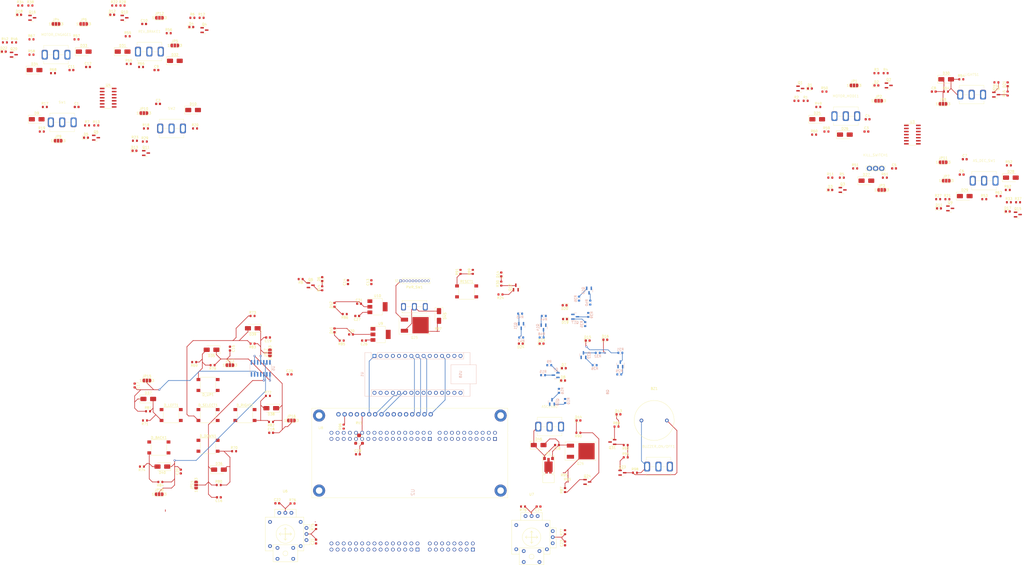
<source format=kicad_pcb>
(kicad_pcb (version 20221018) (generator pcbnew)
  (title_block (title "ORCA Control Board") (date "2022-03-16") (rev "V1.2") (company "Luke Waller"))
  (layers (0 "F.Cu" signal) (31 "B.Cu" signal) (34 "B.Paste" user) (35 "F.Paste" user) (36 "B.SilkS" user "B.Silkscreen") (37 "F.SilkS" user "F.Silkscreen") (38 "B.Mask" user) (39 "F.Mask" user) (44 "Edge.Cuts" user))
  (net 0 "")
  (net 1 "LED_1")
  (net 2 "Earth")
  (net 3 "+3V3")
  (net 4 "BUZZER")
  (net 5 "R_ROLL")
  (net 6 "R_PITCH")
  (net 7 "L_ROLL")
  (net 8 "L_PITCH")
  (net 9 "+5V")
  (net 10 "RESET")
  (net 11 "Net-(ASCEND2-A)")
  (net 13 "Net-(D28-A)")
  (net 14 "Net-(D29-A)")
  (net 15 "Net-(BUZZER_ON/OFF1-A)")
  (net 17 "Net-(BZ1-+)")
  (net 18 "SWITCH_1_SB")
  (net 19 "SWITCH_2_SB")
  (net 20 "MOTOR_MODE_1_SB")
  (net 21 "MOTOR_MODE_2_SB")
  (net 22 "KILL_SWITCH_SB")
  (net 23 "ASCEND_SB")
  (net 24 "DESCEND_SB")
  (net 25 "LIGHTS_SB")
  (net 26 "BRAKE_MODE_SB")
  (net 27 "REV_MODE_SB")
  (net 28 "MOTOR_ENGAGE_SB")
  (net 29 "MOTOR_DENGAGE_SB")
  (net 30 "D_UP_SB")
  (net 31 "D_DOWN_SB")
  (net 32 "D_LEFT_SB")
  (net 33 "D_RIGHT_SB")
  (net 34 "D_SEL_SB")
  (net 35 "D_BACK_SB")
  (net 36 "Net-(C21-Pad2)")
  (net 37 "Net-(C22-Pad2)")
  (net 38 "Net-(C23-Pad2)")
  (net 39 "Net-(C24-Pad2)")
  (net 40 "VIN")
  (net 41 "Net-(D46-A)")
  (net 42 "Net-(D1-K)")
  (net 43 "Net-(D2-K)")
  (net 44 "Net-(D3-K)")
  (net 45 "Net-(D4-K)")
  (net 46 "Net-(D5-K)")
  (net 47 "Net-(D6-K)")
  (net 48 "Net-(D7-K)")
  (net 49 "Net-(D8-K)")
  (net 50 "Net-(D9-A)")
  (net 51 "Net-(D10-A)")
  (net 52 "Net-(D11-K)")
  (net 53 "Net-(D12-K)")
  (net 54 "Net-(D13-K)")
  (net 55 "Net-(D14-K)")
  (net 56 "Net-(D15-K)")
  (net 57 "Net-(D16-K)")
  (net 58 "Net-(D17-K)")
  (net 59 "Net-(D18-K)")
  (net 60 "Net-(D19-K)")
  (net 61 "Net-(D20-K)")
  (net 62 "Net-(D21-K)")
  (net 63 "Net-(D22-K)")
  (net 64 "Net-(D23-K)")
  (net 65 "Net-(D24-K)")
  (net 66 "Net-(D25-A)")
  (net 67 "Net-(D26-A)")
  (net 68 "Net-(D27-A)")
  (net 69 "Net-(D30-A)")
  (net 70 "Net-(D31-A)")
  (net 71 "Net-(D32-A)")
  (net 72 "Net-(D33-A)")
  (net 73 "Net-(D34-A)")
  (net 74 "Net-(D35-A)")
  (net 75 "Net-(D36-A)")
  (net 76 "Net-(D37-A)")
  (net 77 "Net-(D38-A)")
  (net 78 "Net-(D39-A)")
  (net 79 "Net-(D40-A)")
  (net 80 "Net-(D41-K)")
  (net 81 "Net-(D42-K)")
  (net 82 "Net-(D43-K)")
  (net 83 "Net-(D44-K)")
  (net 84 "Net-(D45-K)")
  (net 85 "Net-(D45-A)")
  (net 86 "MOSI_1")
  (net 87 "MISO_1")
  (net 88 "CLK_1")
  (net 89 "MOSI_2")
  (net 90 "MISO_2")
  (net 91 "CLK_2")
  (net 92 "DET_IN")
  (net 93 "DET_OUT")
  (net 95 "+12V")
  (net 97 "Net-(Q1-B)")
  (net 98 "Net-(Q1-C)")
  (net 99 "Net-(Q2-B)")
  (net 100 "Net-(Q2-C)")
  (net 101 "Net-(Q3-B)")
  (net 102 "Net-(Q3-C)")
  (net 103 "Net-(Q4-B)")
  (net 104 "Net-(Q4-C)")
  (net 105 "Net-(Q5-B)")
  (net 106 "Net-(Q5-C)")
  (net 107 "Net-(Q6-B)")
  (net 108 "Net-(Q6-C)")
  (net 109 "Net-(Q7-B)")
  (net 110 "Net-(Q7-C)")
  (net 111 "Net-(Q8-B)")
  (net 112 "Net-(Q8-C)")
  (net 113 "Net-(Q9-B)")
  (net 114 "Net-(Q9-C)")
  (net 115 "Net-(Q10-B)")
  (net 116 "Net-(Q10-C)")
  (net 117 "Net-(Q11-B)")
  (net 118 "Net-(Q11-C)")
  (net 119 "Net-(Q12-B)")
  (net 120 "Net-(Q12-C)")
  (net 121 "Net-(Q13-B)")
  (net 122 "Net-(Q13-C)")
  (net 123 "Net-(Q14-B)")
  (net 124 "Net-(Q14-C)")
  (net 125 "Net-(Q15-B)")
  (net 126 "Net-(Q15-C)")
  (net 127 "Net-(Q16-B)")
  (net 128 "Net-(Q16-C)")
  (net 129 "Net-(Q17-B)")
  (net 130 "Net-(Q17-C)")
  (net 131 "Net-(Q18-B)")
  (net 132 "Net-(Q18-C)")
  (net 133 "Net-(Q19-B)")
  (net 134 "Net-(Q19-C)")
  (net 135 "Net-(Q20-B)")
  (net 136 "Net-(Q20-C)")
  (net 137 "Net-(Q21-B)")
  (net 138 "Net-(Q21-C)")
  (net 139 "Net-(Q22-B)")
  (net 140 "Net-(Q22-C)")
  (net 141 "Net-(Q23-B)")
  (net 142 "Net-(Q24-B)")
  (net 143 "Net-(Q24-C)")
  (net 144 "Net-(Q26-G)")
  (net 145 "Net-(Q31-B)")
  (net 146 "Net-(Q31-E)")
  (net 147 "MOTOR_MODE_1_LED")
  (net 148 "MOTOR_MODE_2_LED")
  (net 149 "KILL_SWTICH_LED")
  (net 150 "BRAKE_LED")
  (net 151 "SWITCH_1_LED")
  (net 152 "COL_SENS_3")
  (net 153 "COL_SENS_7")
  (net 154 "ASCEND_LED")
  (net 155 "REV_LED")
  (net 156 "SWITCH_2_LED")
  (net 157 "LED_2")
  (net 158 "COL_SENS_4")
  (net 159 "COL_SENS_8")
  (net 160 "DESCEND_LED")
  (net 161 "EN_LED")
  (net 162 "COL_SENS_1")
  (net 163 "COL_SENS_5")
  (net 164 "LIGHTS_LED")
  (net 165 "DE_LED")
  (net 166 "COL_SENS_2")
  (net 167 "COL_SENS_6")
  (net 168 "VIB_MOTOR")
  (net 169 "Net-(RESET1-A)")
  (net 170 "Net-(U8-LEDA)")
  (net 171 "Net-(U8-Vo)")
  (net 174 "LCD_RS")
  (net 176 "LCD_D4")
  (net 177 "LCD_D5")
  (net 178 "LCD_D6")
  (net 181 "LCD_D7")
  (net 182 "D_RIGHT")
  (net 183 "D_SELECT")
  (net 184 "D_BACK")
  (net 186 "D_UP")
  (net 187 "D_LEFT")
  (net 188 "D_DOWN")
  (net 191 "LCD_E")
  (net 192 "LCD_R{slash}W")
  (net 195 "REV_MODE")
  (net 196 "BRAKE_MODE")
  (net 207 "LIGHTS")
  (net 213 "MOTOR_MODE_1")
  (net 216 "SWITCH_2")
  (net 217 "SWITCH_1")
  (net 220 "MOTOR_DEN")
  (net 221 "MOTOR_EN")
  (net 222 "ASCEND")
  (net 223 "DESCEND")
  (net 235 "KILL_LED")
  (net 238 "KILL_SWITCH")
  (net 249 "MOTOR_MODE_2")
  (net 250 "MOTOR_DE")
  (net 251 "D_SEL")
  (footprint "Capacitor_SMD:C_0603_1608Metric" (layer "F.Cu") (at 207.505 102.87 180)
    (fp_text reference "C28")
    (fp_text value "100nF")
  )
  (footprint "Resistor_SMD:R_0603_1608Metric" (layer "F.Cu") (at 33.115 -22.86)
    (fp_text reference "R23")
    (fp_text value "4K7")
  )
  (footprint "Jumper:SolderJumper-3_P1.3mm_Open_RoundedPad1.0x1.5mm_NumberLabels" (layer "F.Cu") (at 88.9 64.77 90)
    (fp_text reference "JP17")
    (fp_text value "SolderJumper_3_Open")
  )
  (footprint "Jumper:SolderJumper-3_P1.3mm_Open_RoundedPad1.0x1.5mm_NumberLabels" (layer "F.Cu") (at 341.665 -2.54)
    (fp_text reference "JP3")
    (fp_text value "SolderJumper_3_Open")
  )
  (footprint "Resistor_SMD:R_0603_1608Metric" (layer "F.Cu") (at 60.675 -73.66)
    (fp_text reference "R12")
    (fp_text value "150R")
  )
  (footprint "Jumper:SolderJumper-3_P1.3mm_Open_RoundedPad1.0x1.5mm_NumberLabels" (layer "F.Cu") (at 49.595 -62.23)
    (fp_text reference "JP5")
    (fp_text value "SolderJumper_3_Open")
  )
  (footprint "Button_Switch_SMD:SW_Push_1P1T_NO_6x6mm_H9.5mm" (layer "F.Cu") (at 170.18 39.37)
    (fp_text reference "RESET1")
    (fp_text value "SW_SPST")
  )
  (footprint "LED_SMD:LED_0603_1608Metric" (layer "F.Cu") (at 312.0025 -44.45)
    (fp_text reference "D1")
    (fp_text value "BLUE")
  )
  (footprint "Capacitor_SMD:C_0603_1608Metric" (layer "F.Cu") (at 375.985 -15.24)
    (fp_text reference "C7")
    (fp_text value "100nF")
  )
  (footprint "Package_TO_SOT_SMD:SOT-23" (layer "F.Cu") (at 17.05 -24.13)
    (fp_text reference "Q5")
    (fp_text value "BC817")
  )
  (footprint "Resistor_SMD:R_0603_1608Metric" (layer "F.Cu") (at 27.9875 -78.74)
    (fp_text reference "R28")
    (fp_text value "390R")
  )
  (footprint "Resistor_SMD:R_0603_1608Metric" (layer "F.Cu") (at -0.73 -50.8)
    (fp_text reference "R68")
    (fp_text value "47K")
  )
  (footprint "LED_SMD:LED_0603_1608Metric" (layer "F.Cu") (at 232.92 90.17)
    (fp_text reference "D43")
    (fp_text value "GREEN")
  )
  (footprint "My_library:Joystick" (layer "F.Cu") (at 197.01 140.93)
    (fp_text reference "U7")
    (fp_text value "Joystick")
  )
  (footprint "Resistor_SMD:R_0603_1608Metric" (layer "F.Cu") (at 30.13 -66.04)
    (fp_text reference "R55")
    (fp_text value "47K")
  )
  (footprint "LED_SMD:LED_0603_1608Metric" (layer "F.Cu") (at 115.57 44.9325 90)
    (fp_text reference "D42")
    (fp_text value "BLUE")
  )
  (footprint "My_library:1Ms1T1B1M1QE" (layer "F.Cu") (at 48.26 -27.94)
    (fp_text reference "SW2")
    (fp_text value "SW_SPDT")
  )
  (footprint "Diode_SMD:D_SMA" (layer "F.Cu") (at 44.45 111.76 180)
    (fp_text reference "D40")
    (fp_text value "D")
  )
  (footprint "Capacitor_SMD:C_0603_1608Metric" (layer "F.Cu") (at 127.775 59.69 180)
    (fp_text reference "C26")
    (fp_text value "100nF")
  )
  (footprint "Resistor_SMD:R_0603_1608Metric" (layer "F.Cu") (at 342.965 -7.62)
    (fp_text reference "R61")
    (fp_text value "47K")
  )
  (footprint "Diode_SMD:D_SMA" (layer "F.Cu") (at 158.75 49.53 -90)
    (fp_text reference "D45")
    (fp_text value "D")
  )
  (footprint "LED_SMD:LED_0603_1608Metric" (layer "F.Cu") (at -14.7 -74.93)
    (fp_text reference "D18")
    (fp_text value "GREEN")
  )
  (footprint "Diode_SMD:D_SMA" (layer "F.Cu") (at 375.985 0)
    (fp_text reference "D29")
    (fp_text value "D")
  )
  (footprint "LED_SMD:LED_0603_1608Metric" (layer "F.Cu") (at 32.955 -18.73)
    (fp_text reference "D13")
    (fp_text value "WHITE")
  )
  (footprint "Resistor_SMD:R_0603_1608Metric" (layer "F.Cu") (at 320.4375 -7.62)
    (fp_text reference "R11")
    (fp_text value "150R")
  )
  (footprint "Capacitor_SMD:C_0603_1608Metric" (layer "F.Cu") (at 124.955 49.53 180)
    (fp_text reference "C27")
    (fp_text value "100nF")
  )
  (footprint "LED_SMD:LED_0603_1608Metric" (layer "F.Cu") (at 201.1425 60.96)
    (fp_text reference "D23")
    (fp_text value "RED")
  )
  (footprint "Resistor_SMD:R_0603_1608Metric" (layer "F.Cu") (at 8.985 -64.77)
    (fp_text reference "R57")
    (fp_text value "47K")
  )
  (footprint "LED_SMD:LED_0603_1608Metric" (layer "F.Cu") (at 393.7 -46.2025 90)
    (fp_text reference "D21")
    (fp_text value "BLUE")
  )
  (footprint "LED_SMD:LED_0603_1608Metric" (layer "F.Cu") (at 210.82 50.8 180)
    (fp_text reference "D19")
    (fp_text value "RED")
  )
  (footprint "Capacitor_SMD:C_0603_1608Metric" (layer "F.Cu") (at 42.005 -52.07)
    (fp_text reference "C9")
    (fp_text value "100nF")
  )
  (footprint "Package_TO_SOT_SMD:SOT-23" (layer "F.Cu") (at 220.0425 118.11)
    (fp_text reference "Q24")
    (fp_text value "BC817")
  )
  (footprint "Package_TO_SOT_SMD:SOT-23" (layer "F.Cu") (at 230.38 101.6 180)
    (fp_text reference "Q31")
    (fp_text value "BC817")
  )
  (footprint "LED_SMD:LED_0603_1608Metric" (layer "F.Cu") (at -21.05 -59.69)
    (fp_text reference "D22")
    (fp_text value "RED")
  )
  (footprint "Resistor_SMD:R_0603_1608Metric" (layer "F.Cu") (at 232.095 95.25)
    (fp_text reference "R88")
    (fp_text value "2K2")
  )
  (footprint "Package_TO_SOT_SMD:SOT-23" (layer "F.Cu") (at -16.9075 -58.42)
    (fp_text reference "Q20")
    (fp_text value "BC817")
  )
  (footprint "LED_SMD:LED_0603_1608Metric" (layer "F.Cu") (at 192.5575 60.96 180)
    (fp_text reference "D24")
    (fp_text value "RED")
  )
  (footprint "LED_SMD:LED_0603_1608Metric" (layer "F.Cu") (at 115.57 55.45 90)
    (fp_text reference "D41")
    (fp_text value "YELLOW")
  )
  (footprint "My_library:1Ms1T1B1M1QE" (layer "F.Cu") (at 378.84 -41.91)
    (fp_text reference "LIGHTS1")
    (fp_text value "SW_SPDT")
  )
  (footprint "Resistor_SMD:R_0603_1608Metric" (layer "F.Cu") (at 184.15 40.64 180)
    (fp_text reference "R24")
    (fp_text value "4K7")
  )
  (footprint "LED_SMD:LED_0603_1608Metric" (layer "F.Cu") (at 320.4375 -2.54)
    (fp_text reference "D3")
    (fp_text value "RED")
  )
  (footprint "Diode_SMD:D_SMA" (layer "F.Cu") (at 28.035 -59.69)
    (fp_text reference "D31")
    (fp_text value "D")
  )
  (footprint "Package_TO_SOT_SMD:SOT-23" (layer "F.Cu") (at 388.9525 -41.91)
    (fp_text reference "Q19")
    (fp_text value "BC817")
  )
  (footprint "Resistor_SMD:R_0603_1608Metric" (layer "F.Cu") (at 119.825 48.7425 180)
    (fp_text reference "R86")
    (fp_text value "1K")
  )
  (footprint "Resistor_SMD:R_0603_1608Metric" (layer "F.Cu") (at 65.215 69.85 180)
    (fp_text reference "R79")
    (fp_text value "47K")
  )
  (footprint "Resistor_SMD:R_0603_1608Metric" (layer "F.Cu") (at 310.25 -39.37)
    (fp_text reference "R1")
    (fp_text value "4K7")
  )
  (footprint "Resistor_SMD:R_0603_1608Metric" (layer "F.Cu") (at 172.72 31.305 90)
    (fp_text reference "R89")
    (fp_text value "2K2")
  )
  (footprint "Resistor_SMD:R_0603_1608Metric" (layer "F.Cu") (at 36.005 111.76 180)
    (fp_text reference "R74")
    (fp_text value "47K")
  )
  (footprint "Capacitor_SMD:C_0603_1608Metric" (layer "F.Cu") (at 72.39 63.005 -90)
    (fp_text reference "C15")
    (fp_text value "100nF")
  )
  (footprint "My_library:KNX-1-D1" (layer "F.Cu") (at 148.59 45.72)
    (fp_text reference "PWR_SW1")
    (fp_text value "SW_SPDT")
  )
  (footprint "Resistor_SMD:R_0603_1608Metric" (layer "F.Cu") (at 389.065 -46.99 180)
    (fp_text reference "R41")
    (fp_text value "4K7")
  )
  (footprint "Resistor_SMD:R_0603_1608Metric" (layer "F.Cu") (at 67.755 119.38)
    (fp_text reference "R80")
    (fp_text value "47K")
  )
  (footprint "Resistor_SMD:R_0603_1608Metric" (layer "F.Cu") (at 110.49 38.1 90)
    (fp_text reference "R14")
    (fp_text value "2K2")
  )
  (footprint "LED_SMD:LED_0603_1608Metric" (layer "F.Cu") (at 365.3425 5.08)
    (fp_text reference "D11")
    (fp_text value "BLUE")
  )
  (footprint "Resistor_SMD:R_0603_1608Metric" (layer "F.Cu") (at 330.71 -11.43)
    (fp_text reference "R51")
    (fp_text value "47K")
  )
  (footprint "Diode_SMD:D_SMA" (layer "F.Cu") (at 57.15 -35.56)
    (fp_text reference "D10")
    (fp_text value "D")
  )
  (footprint "My_library:1Ms1T1B1M1QE" (layer "F.Cu") (at 249.43 111.76)
    (fp_text reference "BUZZER_ON/OFF1")
    (fp_text value "SW_SPDT")
  )
  (footprint "Resistor_SMD:R_0603_1608Metric" (layer "F.Cu") (at 393.7 -42.355 90)
    (fp_text reference "R45")
    (fp_text value "1K")
  )
  (footprint "LED_SMD:LED_0603_1608Metric" (layer "F.Cu") (at 184.47 32.355 90)
    (fp_text reference "D14")
    (fp_text value "RED")
  )
  (footprint "Diode_SMD:D_SMA" (layer "F.Cu") (at -8.35 -52.07)
    (fp_text reference "D34")
    (fp_text value "D")
  )
  (footprint "Resistor_SMD:R_0603_1608Metric" (layer "F.Cu") (at 88.075 82.55)
    (fp_text reference "R72")
    (fp_text value "47K")
  )
  (footprint "LED_SMD:LED_0603_1608Metric" (layer "F.Cu") (at 220.1925 59.69)
    (fp_text reference "D15")
    (fp_text value "RED")
  )
  (footprint "Resistor_SMD:R_0603_1608Metric" (layer "F.Cu") (at 235.905 107.95)
    (fp_text reference "R94")
    (fp_text value "4K7")
  )
  (footprint "LED_SMD:LED_0603_1608Metric" (layer "F.Cu") (at 227.48 59.3575)
    (fp_text reference "D16")
    (fp_text value "RED")
  )
  (footprint "Resistor_SMD:R_0603_1608Metric" (layer "F.Cu") (at 81.725 60.96 180)
    (fp_text reference "R83")
    (fp_text value "47K")
  )
  (footprint "Resistor_SMD:R_0603_1608Metric" (layer "F.Cu") (at 315.47 -36.83)
    (fp_text reference "R49")
    (fp_text value "47K")
  )
  (footprint "Jumper:SolderJumper-3_P1.3mm_Open_RoundedPad1.0x1.5mm_NumberLabels" (layer "F.Cu") (at 367.065 -13.97)
    (fp_text reference "JP11")
    (fp_text value "SolderJumper_3_Open")
  )
  (footprint "Package_SO:SO-14_3.9x8.65mm_P1.27mm" (layer "F.Cu") (at 22.065 -40.64)
    (fp_text reference "U4")
    (fp_text value "74HC14")
  )
  (footprint "Resistor_SMD:R_0603_1608Metric" (layer "F.Cu") (at 30.575 -54.61)
    (fp_text reference "R65")
    (fp_text value "47K")
  )
  (footprint "Capacitor_SMD:C_0603_1608Metric" (layer "F.Cu") (at 335.345 -26.67)
    (fp_text reference "C3")
    (fp_text value "100nF")
  )
  (footprint "Resistor_SMD:R_0603_1608Metric" (layer "F.Cu") (at 210.82 138.875 90)
    (fp_text reference "R77")
    (fp_text value "620R")
  )
  (footprint "Package_TO_SOT_SMD:SOT-23" (layer "F.Cu") (at 369.9675 5.08)
    (fp_text reference "Q9")
    (fp_text value "BC817")
  )
  (footprint "Jumper:SolderJumper-3_P1.3mm_Open_RoundedPad1.0x1.5mm_NumberLabels" (layer "F.Cu") (at 72.36 69.85)
    (fp_text reference "JP13")
    (fp_text value "SolderJumper_3_Open")
  )
  (footprint "Resistor_SMD:R_0603_1608Metric" (layer "F.Cu") (at 313.755 -25.4)
    (fp_text reference "R60")
    (fp_text value "47K")
  )
  (footprint "Package_TO_SOT_SMD:SOT-23" (layer "F.Cu") (at 344.5675 -45.72)
    (fp_text reference "Q2")
    (fp_text value "BC817")
  )
  (footprint "Resistor_SMD:R_0603_1608Metric" (layer "F.Cu") (at 37.275 92.71 180)
    (fp_text reference "R71")
    (fp_text value "47K")
  )
  (footprint "Capacitor_SMD:C_0603_1608Metric" (layer "F.Cu") (at 89.395 97.79)
    (fp_text reference "C18")
    (fp_text value "100nF")
  )
  (footprint "Resistor_SMD:R_0603_1608Metric" (layer "F.Cu") (at -9.62 -64.77)
    (fp_text reference "R67")
    (fp_text value "47K")
  )
  (footprint "Capacitor_SMD:C_0603_1608Metric" (layer "F.Cu") (at 125.235 106.68)
    (fp_text reference "C29")
    (fp_text value "100nF")
  )
  (footprint "Package_TO_SOT_SMD:SOT-23" (layer "F.Cu") (at -9.2875 -73.66)
    (fp_text reference "Q16")
    (fp_text value "BC817")
  )
  (footprint "Resistor_SMD:R_0603_1608Metric" (layer "F.Cu") (at 339.4875 -50.8)
    (fp_text reference "R3")
    (fp_text value "4K7")
  )
  (footprint "Diode_SMD:D_SMA" (layer "F.Cu") (at 89.44 87.63 180)
    (fp_text reference "D38")
    (fp_text value "D")
  )
  (footprint "Jumper:SolderJumper-3_P1.3mm_Open_RoundedPad1.0x1.5mm_NumberLabels" (layer "F.Cu") (at 367 -38.1)
    (fp_text reference "JP8")
    (fp_text value "SolderJumper_3_Open")
  )
  (footprint "Resistor_SMD:R_0603_1608Metric" (layer "F.Cu") (at 306.44 -39.37)
    (fp_text reference "R2")
    (fp_text value "1K")
  )
  (footprint "Jumper:SolderJumper-3_P1.3mm_Open_RoundedPad1.0x1.5mm_NumberLabels" (layer "F.Cu") (at 330.235 -45.72)
    (fp_text reference "JP1")
    (fp_text value "SolderJumper_3_Open")
  )
  (footprint "LED_SMD:LED_0603_1608Metric" (layer "F.Cu") (at 210.0325 76.2)
    (fp_text reference "D8")
    (fp_text value "RED")
  )
  (footprint "Jumper:SolderJumper-3_P1.3mm_Open_RoundedPad1.0x1.5mm_NumberLabels" (layer "F.Cu") (at 368.335 -6.35)
    (fp_text reference "JP7")
    (fp_text value "SolderJumper_3_Open")
  )
  (footprint "Resistor_SMD:R_0603_1608Metric" (layer "F.Cu") (at 24.5575 -78.74)
    (fp_text reference "R22")
    (fp_text value "4K7")
  )
  (footprint "LED_SMD:LED_0603_1608Metric" (layer "F.Cu") (at 23.7325 -74.93)
    (fp_text reference "D12")
    (fp_text value "WHITE")
  )
  (footprint "Package_TO_SOT_SMD:SOT-23" (layer "F.Cu") (at 105.7425 36.83)
    (fp_text reference "Q6")
    (fp_text value "BC817")
  )
  (footprint "Diode_SMD:D_SMA" (layer "F.Cu") (at 67.85 113.03)
    (fp_text reference "D36")
    (fp_text value "D")
  )
  (footprint "Resistor_SMD:R_0603_1608Metric" (layer "F.Cu") (at 37.21 -22.54)
    (fp_text reference "R29")
    (fp_text value "390R")
  )
  (footprint "Capacitor_SMD:C_0603_1608Metric" (layer "F.Cu") (at 374.715 -8.89)
    (fp_text reference "C6")
    (fp_text value "100nF")
  )
  (footprint "Package_SO:SO-14_3.9x8.65mm_P1.27mm" (layer "F.Cu") (at 354.33 -25.4)
    (fp_text reference "U3")
    (fp_text value "74HC14")
  )
  (footprint "Package_TO_SOT_SMD:SOT-23" (layer "F.Cu") (at 37.7025 -17.78)
    (fp_text reference "Q11")
    (fp_text value "BC817")
  )
  (footprint "Resistor_SMD:R_0603_1608Metric" (layer "F.Cu") (at 57.595 68.58 180)
    (fp_text reference "R69")
    (fp_text value "47K")
  )
  (footprint "My_library:Variable_Resistor" (layer "F.Cu") (at 125.73 100.33)
    (fp_text reference "RV1")
    (fp_text value "20K")
  )
  (footprint "Resistor_SMD:R_0603_1608Metric" (layer "F.Cu") (at 38.545 88.9)
    (fp_text reference "R81")
    (fp_text value "47K")
  )
  (footprint "LED_SMD:LED_0603_1608Metric" (layer "F.Cu") (at 339.4875 -45.72)
    (fp_text reference "D2")
    (fp_text value "GREEN ")
  )
  (footprint "LED_SMD:LED_0603_1608Metric" (layer "F.Cu") (at 110.49 34.29 90)
    (fp_text reference "D6")
    (fp_text value "GREEN")
  )
  (footprint "Capacitor_SMD:C_0603_1608Metric" (layer "F.Cu") (at 210.82 143.51 90)
    (fp_text reference "C23")
    (fp_text value "100nF")
  )
  (footprint "Connector_PinHeader_1.27mm:PinHeader_1x10_P1.27mm_Vertical" (layer "F.Cu") (at 142.92 35.04 90)
    (fp_text reference "J1")
    (fp_text value "Conn_01x10")
  )
  (footprint "Resistor_SMD:R_0603_1608Metric" (layer "F.Cu") (at 318.835 -26.67)
    (fp_text reference "R59")
    (fp_text value "47K")
  )
  (footprint "Diode_SMD:D_SMA" (layer "F.Cu") (at 335.345 -6.35)
    (fp_text reference "D27")
    (fp_text value "D")
  )
  (footprint "Capacitor_SMD:C_0603_1608Metric" (layer "F.Cu") (at 91.935 126.92)
    (fp_text reference "C22")
    (fp_text value "100nF")
  )
  (footprint "Capacitor_SMD:C_0603_1608Metric" (layer "F.Cu") (at 52.07 113.805 90)
    (fp_text reference "C20")
    (fp_text value "100nF")
  )
  (footprint "LED_SMD:LED_0603_1608Metric" (layer "F.Cu") (at 210.6575 45.105 180)
    (fp_text reference "D20")
    (fp_text value "RED")
  )
  (footprint "Resistor_SMD:R_0603_1608Metric" (layer "F.Cu") (at 119.38 95.25 90)
    (fp_text reference "R96")
    (fp_text value "220R")
  )
  (footprint "Resistor_SMD:R_0603_1608Metric" (layer "F.Cu") (at 107.95 136.715 90)
    (fp_text reference "R75")
    (fp_text value "620R")
  )
  (footprint "Package_TO_SOT_SMD:SOT-23" (layer "F.Cu") (at 234.5225 114.3)
    (fp_text reference "Q23")
    (fp_text value "BC817")
  )
  (footprint "Diode_SMD:D_SMA" (layer "F.Cu") (at 38.64 83.82)
    (fp_text reference "D37")
    (fp_text value "D")
  )
  (footprint "Capacitor_SMD:C_0603_1608Metric" (layer "F.Cu") (at 121.145 35.56 90)
    (fp_text reference "C14")
    (fp_text value "100nF")
  )
  (footprint "Capacitor_SMD:C_0603_1608Metric" (layer "F.Cu") (at 13.735 -53.34)
    (fp_text reference "C12")
    (fp_text value "100nF")
  )
  (footprint "Resistor_SMD:R_0603_1608Metric" (layer "F.Cu") (at -9.62 -58.42)
    (fp_text reference "R58")
    (fp_text value "47K")
  )
  (footprint "Package_TO_SOT_SMD:SOT-223" (layer "F.Cu") (at 133.35 45.72)
    (fp_text reference "U10")
    (fp_text value "ZLDO1117G50TA")
  )
  (footprint "Diode_SMD:D_SMA" (layer "F.Cu") (at 368.3 -48.26)
    (fp_text reference "D30")
    (fp_text value "D")
  )
  (footprint "Resistor_SMD:R_0603_1608Metric" (layer "F.Cu") (at 389.955 0)
    (fp_text reference "R63")
    (fp_text value "47K")
  )
  (footprint "Diode_SMD:D_SMA" (layer "F.Cu") (at 64.77 63.5 180)
    (fp_text reference "D35")
    (fp_text value "D")
  )
  (footprint "Resistor_SMD:R_0603_1608Metric" (layer "F.Cu") (at 368.205 -43.18)
    (fp_text reference "R64")
    (fp_text value "47K")
  )
  (footprint "My_library:1Ms1T1B1M1QE" (layer "F.Cu") (at 39.085 -59.69)
    (fp_text reference "REV_BRAKE1")
    (fp_text value "SW_SPDT")
  )
  (footprint "Capacitor_SMD:C_0603_1608Metric" (layer "F.Cu") (at 36.925 -71.12)
    (fp_text reference "C10")
    (fp_text value "100nF")
  )
  (footprint "Resistor_SMD:R_0603_1608Metric" (layer "F.Cu") (at 89.345 93.29 180)
    (fp_text reference "R82")
    (fp_text value "47K")
  )
  (footprint "LED_SMD:LED_0603_1608Metric" (layer "F.Cu") (at 393.765 6.35)
    (fp_text reference "D17")
    (fp_text value "RED")
  )
  (footprint "Resistor_SMD:R_0603_1608Metric" (layer "F.Cu") (at 74.105 105.41)
    (fp_text reference "R70")
    (fp_text value "47K")
  )
  (footprint "Resistor_SMD:R_0603_1608Metric" (layer "F.Cu") (at 57.975 -27.94)
    (fp_text reference "R20")
    (fp_text value "47K")
  )
  (footprint "Resistor_SMD:R_0603_1608Metric" (layer "F.Cu") (at 394.21 -12.7)
    (fp_text reference "R52")
    (fp_text value "47K")
  )
  (footprint "Jumper:SolderJumper-3_P1.3mm_Open_RoundedPad1.0x1.5mm_NumberLabels" (layer "F.Cu") (at 11.94 -71.12)
    (fp_text reference "JP6")
    (fp_text value "SolderJumper_3_Open")
  )
  (footprint "Capacitor_SMD:C_0603_1608Metric" (layer "F.Cu") (at 125.73 44.45)
    (fp_text reference "C31")
    (fp_text value "100nF")
  )
  (footprint "Resistor_SMD:R_0603_1608Metric" (layer "F.Cu") (at -20.605 -63.5)
    (fp_text reference "R42")
    (fp_text value "4K7")
  )
  (footprint "Button_Switch_SMD:SW_Push_1P1T_NO_6x6mm_H9.5mm" (layer "F.Cu") (at 43.015 103.85)
    (fp_text reference "D_BACK1")
    (fp_text value "SW_SPST")
  )
  (footprint "LED_SMD:LED_0603_1608Metric" (layer "F.Cu") (at 210.3375 71.12)
    (fp_text reference "D7")
    (fp_text value "RED")
  )
  (footprint "Resistor_SMD:R_0603_1608Metric" (layer "F.Cu") (at 216.345 97.79 180)
    (fp_text reference "R90")
    (fp_text value "1K")
  )
  (footprint "Resistor_SMD:R_0603_1608Metric" (layer "F.Cu") (at 374.555 -48.26)
    (fp_text reference "R54")
    (fp_text value "47K")
  )
  (footprint "Jumper:SolderJumper-3_P1.3mm_Open_RoundedPad1.0x1.5mm_NumberLabels" (layer "F.Cu") (at 340.395 -39.37)
    (fp_text reference "JP2")
    (fp_text value "SolderJumper_3_Open")
  )
  (footprint "My_library:Toggle_Switch_10TC605" (layer "F.Cu") (at 339.155 -11.43)
    (fp_text reference "KILL_SWITCH1")
    (fp_text value "SW_SPST")
  )
  (footprint "My_library:Buzzer" (layer "F.Cu") (at 247.65 92.71)
    (fp_text reference "BZ1")
    (fp_text value "Buzzer")
  )
  (footprint "Jumper:SolderJumper-3_P1.3mm_Open_RoundedPad1.0x1.5mm_NumberLabels" (layer "F.Cu") (at 43.15 123.19)
    (fp_text reference "JP18")
    (fp_text value "SolderJumper_3_Open")
  )
  (footprint "Jumper:SolderJumper-3_P1.3mm_Open_RoundedPad1.0x1.5mm_NumberLabels" (layer "F.Cu") (at 0.51 -71.12)
    (fp_text reference "JP4")
    (fp_text value "SolderJumper_3_Open")
  )
  (footprint "Diode_SMD:D_SMA" (layer "F.Cu") (at 49.625 -55.88)
    (fp_text reference "D32")
    (fp_text value "D")
  )
  (footprint "Motors:Vybronics_VZ30C1T8219732L" (layer "F.Cu") (at 204 112.775)
    (fp_text reference "M1")
    (fp_text value "Motor_DC")
  )
  (footprint "Resistor_SMD:R_0603_1608Metric" (layer "F.Cu") (at -4.095 -36.83)
    (fp_text reference "R17")
    (fp_text value "47K")
  )
  (footprint "Jumper:SolderJumper-3_P1.3mm_Open_RoundedPad1.0x1.5mm_NumberLabels" (layer "F.Cu") (at 36.8 -34.29)
    (fp_text reference "JP10")
    (fp_text value "SolderJumper_3_Open")
  )
  (footprint "Capacitor_SMD:C_0603_1608Metric" (layer "F.Cu") (at 67.805 124.46 180)
    (fp_text reference "C16")
    (fp_text value "100nF")
  )
  (footprint "Button_Switch_SMD:SW_Push_1P1T_NO_6x6mm_H9.5mm" (layer "F.Cu") (at 63.335 103.16)
    (fp_text reference "D_DOWN1")
    (fp_text value "SW_SPST")
  )
  (footprint "Capacitor_SMD:C_0603_1608Metric" (layer "F.Cu") (at 335.84 -31.75)
    (fp_text reference "C4")
    (fp_text value "100nF")
  )
  (footprint "Resistor_SMD:R_0603_1608Metric" (layer "F.Cu") (at 325.185 -7.62)
    (fp_text reference "R5")
    (fp_text value "4K7")
  )
  (footprint "My_library:1Ms1T1B1M1QE" (layer "F.Cu") (at 383.985 -6.35)
    (fp_text reference "AS_DEC_SW1")
    (fp_text value "SW_SPDT_MSM")
  )
  (footprint "Capacitor_SMD:C_0603_1608Metric" (layer "F.Cu") (at 363.175 -43.18)
    (fp_text reference "C8")
    (fp_text value "100nF")
  )
  (footprint "Resistor_SMD:R_0603_1608Metric" (layer "F.Cu") (at 398.02 2.54)
    (fp_text reference "R37")
    (fp_text value "150R")
  )
  (footprint "Jumper:SolderJumper-3_P1.3mm_Open_RoundedPad1.0x1.5mm_NumberLabels" (layer "F.Cu") (at 1.4 -22.86)
    (fp_text reference "JP9")
    (fp_text value "SolderJumper_3_Open")
  )
  (footprint "Capacitor_SMD:C_0603_1608Metric" (layer "F.Cu") (at 88.125 58.42 180)
    (fp_text reference "C19")
    (fp_text value "100nF")
  )
  (footprint "Capacitor_SMD:C_0603_1608Metric" (layer "F.Cu") (at 346.775 -11.43)
    (fp_text reference "C5")
    (fp_text value "100nF")
  )
  (footprint "Resistor_SMD:R_0603_1608Metric" (layer "F.Cu") (at 318.01 -43.18)
    (fp_text reference "R50")
    (fp_text value "47K")
  )
  (footprint "Capacitor_SMD:C_0603_1608Metric" (layer "F.Cu") (at 107.95 142.735 90)
    (fp_text reference "C21")
    (fp_text value "100nF")
  )
  (footprint "My_library:Joystick" (layer "F.Cu") (at 95.275 139.62)
    (fp_text reference "U6")
    (fp_text value "Joystick")
  )
  (footprint "My_library:1Ms1T1B1M1QE" (layer "F.Cu") (at 3.08 -30.48)
    (fp_text reference "SW1")
    (fp_text value "SW_SPDT")
  )
  (footprint "Capacitor_SMD:C_0603_1608Metric" (layer "F.Cu") (at 122.415 57.15)
    (fp_text reference "C30")
    (fp_text value "100nF")
  )
  (footprint "Package_TO_SOT_SMD:SOT-23" (layer "F.Cu") (at 397.9075 7.62)
    (fp_text reference "Q15")
    (fp_text value "BC817")
  )
  (footprint "Resistor_SMD:R_0603_1608Metric" (layer "F.Cu") (at 239.715 114.3)
    (fp_text reference "R98")
    (fp_text value "10K")
  )
  (footprint "Capacitor_SMD:C_0603_1608Metric" (layer "F.Cu") (at 42.685 -38.1)
    (fp_text reference "C2")
    (fp_text value "100nF")
  )
  (footprint "My_library:1Ms1T1B1M1QE" (layer "F.Cu") (at 0.54 -58.42)
    (fp_text reference "MOTOR_ENGAGE1")
    (fp_text value "SW_SPDT")
  )
  (footprint "Resistor_SMD:R_0603_1608Metric" (layer "F.Cu") (at 43.625 118.11 180)
    (fp_text reference "R84")
    (fp_text value "47K")
  )
  (footprint "Resistor_SMD:R_0603_1608Metric" (layer "F.Cu") (at 98.235 127)
    (fp_text reference "R76")
    (fp_text value "620R")
  )
  (footprint "Resistor_SMD:R_0603_1608Metric" (layer "F.Cu") (at 37.655 -27.94)
    (fp_text reference "R18")
    (fp_text value "47K")
  )
  (footprint "Resistor_SMD:R_0603_1608Metric" (layer "F.Cu") (at 368.81 1.27)
    (fp_text reference "R21")
    (fp_text value "4K7")
  )
  (footprint "Package_TO_SOT_SMD:SOT-23" (layer "F.Cu") (at 325.5175 -2.54)
    (fp_text reference "Q3")
    (fp_text value "BC817")
  )
  (footprint "Resistor_SMD:R_0603_1608Metric" (layer "F.Cu") (at 343.2975 -50.8)
    (fp_text reference "R4")
    (fp_text value "2K2")
  )
  (footprint "Capacitor_SMD:C_0603_1608Metric" (layer "F.Cu") (at 199.885 128.27 180)
    (fp_text reference "C24")
    (fp_text value "100nF")
  )
  (footprint "Resistor_SMD:R_0603_1608Metric" (layer "F.Cu") (at 393.765 -2.54)
    (fp_text reference "R62")
    (fp_text value "47K")
  )
  (footprint "Capacitor_SMD:C_0603_1608Metric" (layer "F.Cu") (at 33.02 78.245 -90)
    (fp_text reference "C17")
    (fp_text value "100nF")
  )
  (footprint "My_library:STD20NF06L" (layer "F.Cu") (at 151.13 53.34 180)
    (fp_text reference "Q25")
    (fp_text value "IRFR9014PBF")
  )
  (footprint "Resistor_SMD:R_0603_1608Metric" (layer "F.Cu") (at 47.085 -67.31)
    (fp_text reference "R56")
    (fp_text value "47K")
  )
  (footprint "Jumper:SolderJumper-3_P1.3mm_Open_RoundedPad1.0x1.5mm_NumberLabels" (layer "F.Cu") (at 38.07 76.2)
    (fp_text reference "JP15")
    (fp_text value "SolderJumper_3_Open")
  )
  (footprint "Diode_SMD:D_SMA" (layer "F.Cu") (at 199.93 102.87)
    (fp_text reference "D46")
    (fp_text value "D")
  )
  (footprint "Resistor_SMD:R_0603_1608Metric" (layer "F.Cu") (at -16.795 -63.5)
    (fp_text reference "R46")
    (fp_text value "150R")
  )
  (footprint "Diode_SMD:D_SMA" (layer "F.Cu") (at 315.025 -31.75)
    (fp_text reference "D25")
    (fp_text value "D")
  )
  (footprint "Package_TO_SOT_SMD:SOT-23" (layer "F.Cu") (at 28.8125 -73.66)
    (fp_text reference "Q10")
    (fp_text value "BC817")
  )
  (footprint "Diode_SMD:D_SMA" (layer "F.Cu") (at 11.97 -59.69)
    (fp_text reference "D33")
    (fp_text value "D")
  )
  (footprint "Resistor_SMD:R_0603_1608Metric" (layer "F.Cu") (at 118.555 59.69 180)
    (fp_text reference "R85")
    (fp_text value "2K2")
  )
  (footprint "Diode_SMD:D_SMA" (layer "F.Cu") (at -7.46 -31.75)
    (fp_text reference "D9")
    (fp_text value "D")
  )
  (footprint "Jumper:SolderJumper-3_P1.3mm_Open_RoundedPad1.0x1.5mm_NumberLabels" (layer "F.Cu") (at 43.245 -73.66)
    (fp_text reference "JP12")
    (fp_text value "SolderJumper_3_Open")
  )
  (footprint "Capacitor_SMD:C_0603_1608Metric" (layer "F.Cu") (at 130.81 35.56 90)
    (fp_text reference "C13")
    (fp_text value "100nF")
  )
  (footprint "Resistor_SMD:R_0603_1608Metric" (layer "F.Cu") (at 13.3525 -29.21)
    (fp_text reference "R7")
    (fp_text value "4K7")
  )
  (footprint "Resistor_SMD:R_0603_1608Metric" (layer "F.Cu") (at 394.21 2.54)
    (fp_text reference "R33")
    (fp_text value "4K7")
  )
  (footprint "Button_Switch_SMD:SW_Push_1P1T_NO_6x6mm_H9.5mm" (layer "F.Cu") (at 63.335 90.46)
    (fp_text reference "D_SELECT1")
    (fp_text value "SW_SPST")
  )
  (footprint "Resistor_SMD:R_0603_1608Metric" (layer "F.Cu") (at 81.725 49.53)
    (fp_text reference "R73")
    (fp_text value "47K")
  )
  (footprint "Diode_SMD:D_SMA" (layer "F.Cu") (at 81.82 54.61 180)
    (fp_text reference "D39")
    (fp_text value "D")
  )
  (footprint "Capacitor_SMD:C_0603_1608Metric" (layer "F.Cu") (at 97.015 73.66)
    (fp_text reference "C25")
    (fp_text value "100nF")
  )
  (footprint "Resistor_SMD:R_0603_1608Metric" (layer "F.Cu") (at 193.485 128.27 180)
    (fp_text reference "R78")
    (fp_text value "620R")
  )
  (footprint "Resistor_SMD:R_0201_0603Metric" (layer "F.Cu") (at 210.475 114.3 180)
    (fp_text reference "R95")
    (fp_text value "100K")
  )
  (footprint "My_library:1Ms1T1B1M1QE" (layer "F.Cu") (at 204.47 95.25)
    (fp_text reference "ASCEND2")
    (fp_text value "SW_SPDT")
  )
  (footprint "LED_SMD:LED_0603_1608Metric" (layer "F.Cu") (at 12.9075 -24.13)
    (fp_text reference "D5")
    (fp_text value "WHITE")
  )
  (footprint "Resistor_SMD:R_0603_1608Metric" (layer "F.Cu") (at 167.64 31.305 90)
    (fp_text reference "R91")
    (fp_text value "10K")
  )
  (footprint "Resistor_SMD:R_0603_1608Metric" (layer "F.Cu") (at 17.1625 -29.21)
    (fp_text reference "R13")
    (fp_text value "390R")
  )
  (footprint "Diode_SMD:D_SMA" (layer "F.Cu") (at 326.455 -25.4)
    (fp_text reference "D26")
    (fp_text value "D")
  )
  (footprint "Jumper:SolderJumper-3_P1.3mm_Open_RoundedPad1.0x1.5mm_NumberLabels" (layer "F.Cu") (at 58.39 119.38 90)
    (fp_text reference "JP14")
    (fp_text value "SolderJumper_3_Open")
  )
  (footprint "Resistor_SMD:R_0603_1608Metric" (layer "F.Cu") (at 210.82 121.475 90)
    (fp_text reference "R87")
    (fp_text value "4K7")
  )
  (footprint "Package_TO_SOT_SMD:SOT-223" (layer "F.Cu") (at 134.62 57.15)
    (fp_text reference "U9")
    (fp_text value "ZSR330GTA")
  )
  (footprint "Resistor_SMD:R_0603_1608Metric" (layer "F.Cu") (at 56.865 -73.66)
    (fp_text reference "R6")
    (fp_text value "4K7")
  )
  (footprint "Resistor_SMD:R_0603_1608Metric" (layer "F.Cu") (at 184.47 36.165 90)
    (fp_text reference "R30")
    (fp_text value "150R")
  )
  (footprint "Capacitor_SMD:C_0603_1608Metric" (layer "F.Cu") (at 9.05 -36.83)
    (fp_text reference "C1")
    (fp_text value "100nF")
  )
  (footprint "Button_Switch_SMD:SW_Push_1P1T_NO_6x6mm_H9.5mm" (layer "F.Cu") (at 63.335 78.05 180)
    (fp_text reference "D_UP1")
    (fp_text value "SW_SPST")
  )
  (footprint "Package_TO_SOT_SMD:SOT-23" (layer "F.Cu") (at 308.0425 -44.45)
    (fp_text reference "Q1")
    (fp_text value "BC817")
  )
  (footprint "Package_TO_SOT_SMD:SOT-23" (layer "F.Cu") (at 190.5 37.7675 90)
    (fp_text reference "Q12")
    (fp_text value "BC817")
  )
  (footprint "Resistor_SMD:R_0603_1608Metric" (layer "F.Cu") (at 35.655 -53.34)
    (fp_text reference "R66")
    (fp_text value "47K")
  )
  (footprint "My_library:1Ms1T1B1M1QE" (layer "F.Cu") (at 326.835 -33.02)
    (fp_text reference "MOTOR_MODE1")
    (fp_text value "SW_SPDT")
  )
  (footprint "Resistor_SMD:R_0603_1608Metric" (layer "F.Cu") (at 365 1.27)
    (fp_text reference "R27")
    (fp_text value "1K")
  )
  (footprint "My_library:STD20NF06L" (layer "F.Cu") (at 219.71 105.41 180)
    (fp_text reference "Q26")
    (fp_text value "STD20NF06L")
  )
  (footprint "Resistor_SMD:R_0603_1608Metric" (layer "F.Cu") (at 235.905 102.87 180)
    (fp_text reference "R92")
    (fp_text value "4K7")
  )
  (footprint "Package_TO_SOT_SMD:SOT-23" (layer "F.Cu") (at 61.8325 -68.58)
    (fp_text reference "Q4")
    (fp_text value "BC817")
  )
  (footprint "Resistor_SMD:R_0201_0603Metric" (layer "F.Cu") (at 158.405 55.88)
    (fp_text reference "R97")
    (fp_text value "100R")
  )
  (footprint "LED_SMD:LED_0603_1608Metric" (layer "F.Cu") (at 56.42 -69.85)
    (fp_text reference "D4")
    (fp_text value "RED")
  )
  (footprint "Diode_SMD:D_SMA" (layer "F.Cu") (at 395.035 -7.62)
    (fp_text reference "D28")
    (fp_text value "D")
  )
  (footprint "LED_SMD:LED_0603_1608Metric" (layer "F.Cu") (at 216.3825 92.71)
    (fp_text reference "D44")
    (fp_text value "BLUE")
  )
  (footprint "Resistor_SMD:R_0603_1608Metric" (layer "F.Cu") (at 384.05 1.27)
    (fp_text reference "R53")
    (fp_text value "47K")
  )
  (footprint "Resistor_SMD:R_0201_0603Metric" (layer "F.Cu") (at 211.745 118.11)
    (fp_text reference "R93")
    (fp_text value "1K")
  )
  (footprint "Jumper:SolderJumper-3_P1.3mm_Open_RoundedPad1.0x1.5mm_NumberLabels" (layer "F.Cu") (at 97.76 92.71)
    (fp_text reference "JP16")
    (fp_text value "SolderJumper_3_Open")
  )
  (footprint "Capacitor_SMD:C_0603_1608Metric" (layer "F.Cu") (at 6.89 -52.07)
    (fp_text reference "C11")
    (fp_text value "100nF")
  )
  (footprint "Button_Switch_SMD:SW_Push_1P1T_NO_6x6mm_H9.5mm" (layer "F.Cu") (at 78.575 90.46)
    (fp_text reference "D_RIGHT1")
    (fp_text value "SW_SPST")
  )
  (footprint "Resistor_SMD:R_0603_1608Metric" (layer "F.Cu") (at 101.6 34.29 180)
    (fp_text reference "R8")
    (fp_text value "4K7")
  )
  (footprint "My_library:LCD_Display_WH1602B-NYG-JT" (layer "F.Cu") (at 109.22 90.67)
    (fp_text reference "U8")
    (fp_text value "HY1602E")
  )
  (footprint "Resistor_SMD:R_0603_1608Metric" (layer "F.Cu") (at -5.365 -26.67)
    (fp_text reference "R19")
    (fp_text value "47K")
  )
  (footprint "Resistor_SMD:R_0603_1608Metric" (layer "F.Cu") (at -14.255 -78.74)
    (fp_text reference "R34")
    (fp_text value "4K7")
  )
  (footprint "Button_Switch_SMD:SW_Push_1P1T_NO_6x6mm_H9.5mm" (layer "F.Cu") (at 48.095 90.46)
    (fp_text reference "D_LEFT1")
    (fp_text value "SW_SPST")
  )
  (footprint "Resistor_SMD:R_0603_1608Metric" (layer "F.Cu") (at -10.065 -78.74)
    (fp_text reference "R38")
    (fp_text value "2K2")
  )
  (footprint "Resistor_SMD:R_0603_1608Metric" (layer "B.Cu") (at 233.235 73.66 180)
    (fp_text reference "R25")
    (fp_text value "4K7")
  )
  (footprint "Resistor_SMD:R_0603_1608Metric" (layer "B.Cu") (at 192.275 48.58)
    (fp_text reference "R43")
    (fp_text value "4K7")
  )
  (footprint "Package_SO:SO-14_3.9x8.65mm_P1.27mm" (layer "B.Cu") (at 85.09 71.185 90)
    (fp_text reference "U5")
    (fp_text value "74HC14")
  )
  (footprint "Resistor_SMD:R_0603_1608Metric" (layer "B.Cu") (at 220.421072 49.085 90)
    (fp_text reference "R39")
    (fp_text value "150R")
  )
  (footprint "Package_TO_SOT_SMD:SOT-23" (layer "B.Cu") (at 218.44 65.7075 90)
    (fp_text reference "Q22")
    (fp_text value "BC817")
  )
  (footprint "Resistor_SMD:R_0603_1608Metric" (layer "B.Cu") (at 204.3025 69.85 180)
    (fp_text reference "R9")
    (fp_text value "4K7")
  )
  (footprint "Resistor_SMD:R_0603_1608Metric" (layer "B.Cu") (at 224.345 64.77)
    (fp_text reference "R32")
    (fp_text value "150R")
  )
  (footprint "My_library:MODULE_NUCLEO-F429ZI_JUST_PINS" (layer "B.Cu") (at 147.96 121.92 90)
    (fp_text reference "U2")
    (fp_text value "NUCLEO144-F429ZI")
  )
  (footprint "Resistor_SMD:R_0603_1608Metric" (layer "B.Cu") (at 210.8525 84.645 90)
    (fp_text reference "R10")
    (fp_text value "4K7")
  )
  (footprint "Resistor_SMD:R_0603_1608Metric" (layer "B.Cu") (at 221.246072 44.005 -90)
    (fp_text reference "R40")
    (fp_text value "150R")
  )
  (footprint "Package_TO_SOT_SMD:SOT-23" (layer "B.Cu") (at 233.68 69.5175 90)
    (fp_text reference "Q8")
    (fp_text value "BC817")
  )
  (footprint "Resistor_SMD:R_0603_1608Metric" (layer "B.Cu") (at 223.075 69.85)
    (fp_text reference "R26")
    (fp_text value "4K7")
  )
  (footprint "Module:Arduino_Nano" (layer "B.Cu") (at 132.08 66.04 -90)
    (fp_text reference "U1")
    (fp_text value "NUCLEO-L432KC")
  )
  (footprint "Resistor_SMD:R_0603_1608Metric" (layer "B.Cu") (at 219.151072 52.895 -90)
    (fp_text reference "R35")
    (fp_text value "4K7")
  )
  (footprint "Package_TO_SOT_SMD:SOT-23" (layer "B.Cu") (at 220.741072 39.0375 -90)
    (fp_text reference "Q13")
    (fp_text value "BC817")
  )
  (footprint "Package_TO_SOT_SMD:SOT-23" (layer "B.Cu") (at 201.93 54.2775 -90)
    (fp_text reference "Q14")
    (fp_text value "BC817")
  )
  (footprint "Package_TO_SOT_SMD:SOT-23" (layer "B.Cu") (at 215.008572 49.85)
    (fp_text reference "Q17")
    (fp_text value "BC817")
  )
  (footprint "Package_TO_SOT_SMD:SOT-23" (layer "B.Cu") (at 192.72 53.6725 -90)
    (fp_text reference "Q21")
    (fp_text value "BC817")
  )
  (footprint "Resistor_SMD:R_0603_1608Metric" (layer "B.Cu") (at 208.3125 80.455 90)
    (fp_text reference "R16")
    (fp_text value "150R")
  )
  (footprint "Resistor_SMD:R_0603_1608Metric" (layer "B.Cu") (at 233.68 64.7575 180)
    (fp_text reference "R31")
    (fp_text value "150R")
  )
  (footprint "Resistor_SMD:R_0603_1608Metric" (layer "B.Cu") (at 201.165 58.42 180)
    (fp_text reference "R48")
    (fp_text value "150R")
  )
  (footprint "Package_TO_SOT_SMD:SOT-23" (layer "B.Cu") (at 205.44 85.09 90)
    (fp_text reference "Q18")
    (fp_text value "BC817")
  )
  (footprint "Resistor_SMD:R_0603_1608Metric" (layer "B.Cu") (at 192.72 58.42)
    (fp_text reference "R47")
    (fp_text value "150R")
  )
  (footprint "Resistor_SMD:R_0603_1608Metric" (layer "B.Cu") (at 216.611072 42.355 -90)
    (fp_text reference "R36")
    (fp_text value "4K7")
  )
  (footprint "Resistor_SMD:R_0603_1608Metric" (layer "B.Cu") (at 201.7625 73.98 180)
    (fp_text reference "R15")
    (fp_text value "150R")
  )
  (footprint "Resistor_SMD:R_0603_1608Metric" (layer "B.Cu") (at 202.055 49.53)
    (fp_text reference "R44")
    (fp_text value "4K7")
  )
  (footprint "Package_TO_SOT_SMD:SOT-23" (layer "B.Cu") (at 206.955 73.98 180)
    (fp_text reference "Q7")
    (fp_text value "BC817")
  )
  (segment (start 124.46 102.26) (end 124.33 102.13) (width 0.25) (layer "F.Cu") (net 2))
  (segment (start 115.57 54.6625) (end 120.7025 54.6625) (width 0.25) (layer "F.Cu") (net 3))
  (segment (start 115.57 54.6625) (end 115.6225 54.61) (width 0.25) (layer "F.Cu") (net 3))
  (segment (start 120.7025 54.6625) (end 123.19 57.15) (width 0.25) (layer "F.Cu") (net 3))
  (segment (start 131.47 57.15) (end 123.19 57.15) (width 0.25) (layer "F.Cu") (net 3))
  (segment (start 236.73 102.87) (end 236.73 107.95) (width 0.25) (layer "F.Cu") (net 4))
  (segment (start 127.775 45.72) (end 126.505 44.45) (width 0.25) (layer "F.Cu") (net 9))
  (segment (start 130.2 45.72) (end 127.775 45.72) (width 0.25) (layer "F.Cu") (net 9))
  (segment (start 116.065 43.65) (end 125.705 43.65) (width 0.25) (layer "F.Cu") (net 9))
  (segment (start 126.01 106.68) (end 126.01 103.25) (width 0.25) (layer "F.Cu") (net 9))
  (segment (start 115.57 44.145) (end 116.065 43.65) (width 0.25) (layer "F.Cu") (net 9))
  (segment (start 126.01 103.25) (end 127.13 102.13) (width 0.25) (layer "F.Cu") (net 9))
  (segment (start 125.705 43.65) (end 126.505 44.45) (width 0.25) (layer "F.Cu") (net 9))
  (segment (start 202.35 107.29) (end 202.35 108.425) (width 0.25) (layer "F.Cu") (net 11))
  (segment (start 197.93 97.09) (end 199.77 95.25) (width 0.25) (layer "F.Cu") (net 11))
  (segment (start 202.35 107.25) (end 202.35 108.425) (width 0.25) (layer "F.Cu") (net 11))
  (segment (start 197.93 102.87) (end 202.35 107.29) (width 0.25) (layer "F.Cu") (net 11))
  (segment (start 197.93 102.87) (end 197.93 97.09) (width 0.25) (layer "F.Cu") (net 11))
  (segment (start 206.73 102.87) (end 202.35 107.25) (width 0.25) (layer "F.Cu") (net 11))
  (segment (start 242.19 114.3) (end 244.73 111.76) (width 0.25) (layer "F.Cu") (net 15))
  (segment (start 240.54 114.3) (end 242.19 114.3) (width 0.25) (layer "F.Cu") (net 15))
  (segment (start 242.4 109.43) (end 244.73 111.76) (width 0.25) (layer "B.Cu") (net 15))
  (segment (start 242.4 92.71) (end 242.4 109.43) (width 0.25) (layer "B.Cu") (net 15))
  (segment (start 239.69 115.1) (end 256.25 115.1) (width 0.25) (layer "F.Cu") (net 17))
  (segment (start 257.05 96.86) (end 252.9 92.71) (width 0.25) (layer "F.Cu") (net 17))
  (segment (start 235.46 114.3) (end 238.89 114.3) (width 0.25) (layer "F.Cu") (net 17))
  (segment (start 256.25 115.1) (end 257.05 114.3) (width 0.25) (layer "F.Cu") (net 17))
  (segment (start 238.89 114.3) (end 239.69 115.1) (width 0.25) (layer "F.Cu") (net 17))
  (segment (start 257.05 114.3) (end 257.05 96.86) (width 0.25) (layer "F.Cu") (net 17))
  (segment (start 367 -42.8) (end 367.38 -43.18) (width 0.25) (layer "F.Cu") (net 25))
  (segment (start 367.38 -47.18) (end 367.38 -43.18) (width 0.25) (layer "F.Cu") (net 25))
  (segment (start 367 -38.1) (end 367 -42.8) (width 0.25) (layer "F.Cu") (net 25))
  (segment (start 363.95 -43.18) (end 367.38 -43.18) (width 0.25) (layer "F.Cu") (net 25))
  (segment (start 366.3 -48.26) (end 367.38 -47.18) (width 0.25) (layer "F.Cu") (net 25))
  (segment (start 68.58 67.31) (end 66.77 65.5) (width 0.25) (layer "F.Cu") (net 30))
  (segment (start 72.39 66.04) (end 71.12 67.31) (width 0.25) (layer "F.Cu") (net 30))
  (segment (start 66.04 69.85) (end 68.58 67.31) (width 0.25) (layer "F.Cu") (net 30))
  (segment (start 71.12 67.31) (end 80.01 67.31) (width 0.25) (layer "F.Cu") (net 30))
  (segment (start 66.77 65.5) (end 66.77 63.5) (width 0.25) (layer "F.Cu") (net 30))
  (segment (start 72.36 69.85) (end 72.36 68.55) (width 0.25) (layer "F.Cu") (net 30))
  (segment (start 72.36 68.55) (end 71.12 67.31) (width 0.25) (layer "F.Cu") (net 30))
  (segment (start 72.39 63.78) (end 72.39 66.04) (width 0.25) (layer "F.Cu") (net 30))
  (segment (start 80.01 67.31) (end 88.9 76.2) (width 0.25) (layer "F.Cu") (net 30))
  (segment (start 68.58 67.31) (end 71.12 67.31) (width 0.25) (layer "F.Cu") (net 30))
  (via (at 88.9 76.2) (size 0.8) (drill 0.4) (layers "F.Cu" "B.Cu") (net 30))
  (segment (start 88.9 73.66) (end 88.9 76.2) (width 0.25) (layer "B.Cu") (net 30))
  (segment (start 58.39 119.38) (end 62.23 119.38) (width 0.25) (layer "F.Cu") (net 31))
  (segment (start 65.85 113.03) (end 64.77 113.03) (width 0.25) (layer "F.Cu") (net 31))
  (segment (start 62.23 119.38) (end 63.5 118.11) (width 0.25) (layer "F.Cu") (net 31))
  (segment (start 63.5 123.19) (end 64.77 124.46) (width 0.25) (layer "F.Cu") (net 31))
  (segment (start 64.77 124.46) (end 67.03 124.46) (width 0.25) (layer "F.Cu") (net 31))
  (segment (start 63.5 118.11) (end 63.5 123.19) (width 0.25) (layer "F.Cu") (net 31))
  (segment (start 81.745 76.2) (end 86.36 76.2) (width 0.25) (layer "F.Cu") (net 31))
  (segment (start 63.5 111.76) (end 63.5 118.11) (width 0.25) (layer "F.Cu") (net 31))
  (segment (start 64.77 119.38) (end 63.5 118.11) (width 0.25) (layer "F.Cu") (net 31))
  (segment (start 64.77 113.03) (end 63.5 111.76) (width 0.25) (layer "F.Cu") (net 31))
  (segment (start 63.5 94.445) (end 63.5 111.76) (width 0.25) (layer "F.Cu") (net 31))
  (segment (start 66.04 91.905) (end 81.745 76.2) (width 0.25) (layer "F.Cu") (net 31))
  (segment (start 66.93 119.38) (end 64.77 119.38) (width 0.25) (layer "F.Cu") (net 31))
  (segment (start 66.04 91.905) (end 63.5 94.445) (width 0.25) (layer "F.Cu") (net 31))
  (via (at 86.36 76.2) (size 0.8) (drill 0.4) (layers "F.Cu" "B.Cu") (net 31))
  (segment (start 86.36 73.66) (end 86.36 76.2) (width 0.25) (layer "B.Cu") (net 31))
  (segment (start 33.02 82.55) (end 33.02 85.09) (width 0.25) (layer "F.Cu") (net 32))
  (segment (start 33.02 79.02) (end 34.01 80.01) (width 0.25) (layer "F.Cu") (net 32))
  (segment (start 33.02 85.09) (end 33.02 87.63) (width 0.25) (layer "F.Cu") (net 32))
  (segment (start 40.88 80.01) (end 35.56 80.01) (width 0.25) (layer "F.Cu") (net 32))
  (segment (start 34.29 83.82) (end 33.02 85.09) (width 0.25) (layer "F.Cu") (net 32))
  (segment (start 35.56 80.01) (end 33.02 82.55) (width 0.25) (layer "F.Cu") (net 32))
  (segment (start 36.64 83.82) (end 34.29 83.82) (width 0.25) (layer "F.Cu") (net 32))
  (segment (start 34.01 80.01) (end 35.56 80.01) (width 0.25) (layer "F.Cu") (net 32))
  (segment (start 34.29 88.9) (end 37.72 88.9) (width 0.25) (layer "F.Cu") (net 32))
  (segment (start 38.07 76.2) (end 38.07 77.2) (width 0.25) (layer "F.Cu") (net 32))
  (segment (start 40.88 80.01) (end 43.18 80.01) (width 0.25) (layer "F.Cu") (net 32))
  (segment (start 38.07 77.2) (end 40.88 80.01) (width 0.25) (layer "F.Cu") (net 32))
  (segment (start 33.02 87.63) (end 34.29 88.9) (width 0.25) (layer "F.Cu") (net 32))
  (via (at 43.18 80.01) (size 0.8) (drill 0.4) (layers "F.Cu" "B.Cu") (net 32))
  (segment (start 59.72 72.36) (end 82.896751 72.36) (width 0.25) (layer "B.Cu") (net 32))
  (segment (start 83.82 73.283249) (end 83.82 73.66) (width 0.25) (layer "B.Cu") (net 32))
  (segment (start 55.88 76.2) (end 59.72 72.36) (width 0.25) (layer "B.Cu") (net 32))
  (segment (start 82.896751 72.36) (end 83.82 73.283249) (width 0.25) (layer "B.Cu") (net 32))
  (segment (start 43.18 80.01) (end 46.99 76.2) (width 0.25) (layer "B.Cu") (net 32))
  (segment (start 46.99 76.2) (end 55.88 76.2) (width 0.25) (layer "B.Cu") (net 32))
  (segment (start 90.17 97.79) (end 92.71 97.79) (width 0.25) (layer "F.Cu") (net 33))
  (segment (start 92.71 87.63) (end 93.98 86.36) (width 0.25) (layer "F.Cu") (net 33))
  (segment (start 93.98 92.71) (end 93.98 96.52) (width 0.25) (layer "F.Cu") (net 33))
  (segment (start 96.22 95.25) (end 95.25 95.25) (width 0.25) (layer "F.Cu") (net 33))
  (segment (start 93.98 87.63) (end 93.98 92.71) (width 0.25) (layer "F.Cu") (net 33))
  (segment (start 91.44 74.93) (end 93.98 77.47) (width 0.25) (layer "F.Cu") (net 33))
  (segment (start 90.75 92.71) (end 93.98 92.71) (width 0.25) (layer "F.Cu") (net 33))
  (segment (start 90.17 93.29) (end 90.75 92.71) (width 0.25) (layer "F.Cu") (net 33))
  (segment (start 95.25 95.25) (end 93.98 96.52) (width 0.25) (layer "F.Cu") (net 33))
  (segment (start 91.44 74.93) (end 82.55 66.04) (width 0.25) (layer "F.Cu") (net 33))
  (segment (start 97.76 93.71) (end 96.22 95.25) (width 0.25) (layer "F.Cu") (net 33))
  (segment (start 97.76 92.71) (end 97.76 93.71) (width 0.25) (layer "F.Cu") (net 33))
  (segment (start 93.98 77.47) (end 93.98 87.63) (width 0.25) (layer "F.Cu") (net 33))
  (segment (start 91.44 87.63) (end 92.71 87.63) (width 0.25) (layer "F.Cu") (net 33))
  (segment (start 92.71 97.79) (end 93.98 96.52) (width 0.25) (layer "F.Cu") (net 33))
  (via (at 82.55 66.04) (size 0.8) (drill 0.4) (layers "F.Cu" "B.Cu") (net 33))
  (segment (start 82.55 68.71) (end 82.55 66.04) (width 0.25) (layer "B.Cu") (net 33))
  (segment (start 85.09 62.23) (end 85.09 66.04) (width 0.25) (layer "F.Cu") (net 34))
  (segment (start 83.82 54.61) (end 85.09 55.88) (width 0.25) (layer "F.Cu") (net 34))
  (segment (start 83.82 60.96) (end 85.09 62.23) (width 0.25) (layer "F.Cu") (net 34))
  (segment (start 85.09 59.69) (end 85.09 62.23) (width 0.25) (layer "F.Cu") (net 34))
  (segment (start 82.55 60.96) (end 83.82 60.96) (width 0.25) (layer "F.Cu") (net 34))
  (segment (start 87.35 58.42) (end 86.36 58.42) (width 0.25) (layer "F.Cu") (net 34))
  (segment (start 88.9 64.77) (end 86.36 64.77) (width 0.25) (layer "F.Cu") (net 34))
  (segment (start 85.09 55.88) (end 85.09 59.69) (width 0.25) (layer "F.Cu") (net 34))
  (segment (start 86.36 64.77) (end 85.09 63.5) (width 0.25) (layer "F.Cu") (net 34))
  (segment (start 86.36 58.42) (end 85.09 59.69) (width 0.25) (layer "F.Cu") (net 34))
  (via (at 85.09 66.04) (size 0.8) (drill 0.4) (layers "F.Cu" "B.Cu") (net 34))
  (segment (start 85.09 68.71) (end 85.09 66.04) (width 0.25) (layer "B.Cu") (net 34))
  (segment (start 43.15 123.19) (end 43.15 122.19) (width 0.25) (layer "F.Cu") (net 35))
  (segment (start 44.69 120.65) (end 48.26 120.65) (width 0.25) (layer "F.Cu") (net 35))
  (segment (start 48.26 118.11) (end 49.53 116.84) (width 0.25) (layer "F.Cu") (net 35))
  (segment (start 49.53 110.49) (end 49.53 109.22) (width 0.25) (layer "F.Cu") (net 35))
  (segment (start 48.26 111.76) (end 49.53 110.49) (width 0.25) (layer "F.Cu") (net 35))
  (segment (start 49.53 116.84) (end 49.53 110.49) (width 0.25) (layer "F.Cu") (net 35))
  (segment (start 52.07 113.03) (end 50.8 111.76) (width 0.25) (layer "F.Cu") (net 35))
  (segment (start 44.45 118.11) (end 48.26 118.11) (width 0.25) (layer "F.Cu") (net 35))
  (segment (start 45.69 129.57) (end 45.69 130.315) (width 0.25) (layer "F.Cu") (net 35))
  (segment (start 50.8 111.76) (end 49.53 111.76) (width 0.25) (layer "F.Cu") (net 35))
  (segment (start 49.53 119.38) (end 49.53 116.84) (width 0.25) (layer "F.Cu") (net 35))
  (segment (start 48.26 120.65) (end 49.53 119.38) (width 0.25) (layer "F.Cu") (net 35))
  (segment (start 43.15 122.19) (end 44.69 120.65) (width 0.25) (layer "F.Cu") (net 35))
  (segment (start 46.45 111.76) (end 48.26 111.76) (width 0.25) (layer "F.Cu") (net 35))
  (via (at 49.53 109.22) (size 0.8) (drill 0.4) (layers "F.Cu" "B.Cu") (net 35))
  (segment (start 87.005 69.335) (end 87.005 75.819695) (width 0.25) (layer "B.Cu") (net 35))
  (segment (start 87.085 75.899695) (end 87.085 80.555) (width 0.25) (layer "B.Cu") (net 35))
  (segment (start 87.63 68.71) (end 87.005 69.335) (width 0.25) (layer "B.Cu") (net 35))
  (segment (start 87.005 75.819695) (end 87.085 75.899695) (width 0.25) (layer "B.Cu") (net 35))
  (segment (start 87.085 80.555) (end 58.42 109.22) (width 0.25) (layer "B.Cu") (net 35))
  (segment (start 58.42 109.22) (end 49.53 109.22) (width 0.25) (layer "B.Cu") (net 35))
  (segment (start 107.695 134.64) (end 107.595 134.54) (width 0.25) (layer "F.Cu") (net 36))
  (segment (start 105.87 139.62) (end 107.95 141.7) (width 0.25) (layer "F.Cu") (net 36))
  (segment (start 107.95 141.7) (end 107.95 141.96) (width 0.25) (layer "F.Cu") (net 36))
  (segment (start 105.87 139.62) (end 104.005 139.62) (width 0.25) (layer "F.Cu") (net 36))
  (segment (start 107.95 137.54) (end 105.87 139.62) (width 0.25) (layer "F.Cu") (net 36))
  (segment (start 95.275 129.135) (end 95.275 130.89) (width 0.25) (layer "F.Cu") (net 37))
  (segment (start 97.41 127) (end 95.275 129.135) (width 0.25) (layer "F.Cu") (net 37))
  (segment (start 93.06 126.92) (end 92.71 126.92) (width 0.25) (layer "F.Cu") (net 37))
  (segment (start 95.275 129.135) (end 93.06 126.92) (width 0.25) (layer "F.Cu") (net 37))
  (segment (start 209.55 141.465) (end 209.55 140.93) (width 0.25) (layer "F.Cu") (net 38))
  (segment (start 210.82 139.7) (end 209.59 140.93) (width 0.25) (layer "F.Cu") (net 38))
  (segment (start 209.59 140.93) (end 209.55 140.93) (width 0.25) (layer "F.Cu") (net 38))
  (segment (start 209.55 140.93) (end 205.74 140.93) (width 0.25) (layer "F.Cu") (net 38))
  (segment (start 210.82 142.735) (end 209.55 141.465) (width 0.25) (layer "F.Cu") (net 38))
  (segment (start 194.31 128.27) (end 197.01 130.97) (width 0.25) (layer "F.Cu") (net 39))
  (segment (start 197.01 130.37) (end 197.01 130.97) (width 0.25) (layer "F.Cu") (net 39))
  (segment (start 197.01 130.97) (end 197.01 132.2) (width 0.25) (layer "F.Cu") (net 39))
  (segment (start 199.11 128.27) (end 197.01 130.37) (width 0.25) (layer "F.Cu") (net 39))
  (segment (start 144.48 51.04) (end 143.75 51.04) (width 0.25) (layer "F.Cu") (net 40))
  (segment (start 140.97 36.99) (end 142.92 35.04) (width 0.25) (layer "F.Cu") (net 40))
  (segment (start 140.97 48.26) (end 140.97 36.99) (width 0.25) (layer "F.Cu") (net 40))
  (segment (start 143.75 51.04) (end 140.97 48.26) (width 0.25) (layer "F.Cu") (net 40))
  (segment (start 205.65 108.425) (end 205.65 105.5) (width 0.25) (layer "F.Cu") (net 41))
  (segment (start 208.28 102.87) (end 212.82 102.87) (width 0.25) (layer "F.Cu") (net 41))
  (segment (start 208.28 101.6) (end 208.28 102.87) (width 0.25) (layer "F.Cu") (net 41))
  (segment (start 201.93 102.87) (end 204.47 100.33) (width 0.25) (layer "F.Cu") (net 41))
  (segment (start 207.01 100.33) (end 208.28 101.6) (width 0.25) (layer "F.Cu") (net 41))
  (segment (start 205.65 105.5) (end 208.28 102.87) (width 0.25) (layer "F.Cu") (net 41))
  (segment (start 212.82 102.87) (end 213.06 103.11) (width 0.25) (layer "F.Cu") (net 41))
  (segment (start 204.47 100.33) (end 207.01 100.33) (width 0.25) (layer "F.Cu") (net 41))
  (segment (start 110.49 35.0775) (end 110.49 37.275) (width 0.25) (layer "F.Cu") (net 47))
  (segment (start 184.47 33.1425) (end 184.47 35.34) (width 0.25) (layer "F.Cu") (net 55))
  (segment (start 219.405 61.925) (end 219.71 62.23) (width 0.25) (layer "F.Cu") (net 56))
  (segment (start 219.405 59.69) (end 219.405 61.925) (width 0.25) (layer "F.Cu") (net 56))
  (via (at 219.71 62.23) (size 0.8) (drill 0.4) (layers "F.Cu" "B.Cu") (net 56))
  (segment (start 229.8575 64.7575) (end 228.6 63.5) (width 0.25) (layer "B.Cu") (net 56))
  (segment (start 220.98 63.5) (end 219.71 62.23) (width 0.25) (layer "B.Cu") (net 56))
  (segment (start 232.855 64.7575) (end 229.8575 64.7575) (width 0.25) (layer "B.Cu") (net 56))
  (segment (start 228.6 63.5) (end 220.98 63.5) (width 0.25) (layer "B.Cu") (net 56))
  (segment (start 226.6925 64.1325) (end 227.33 64.77) (width 0.25) (layer "F.Cu") (net 57))
  (segment (start 226.6925 59.3575) (end 226.6925 64.1325) (width 0.25) (layer "F.Cu") (net 57))
  (via (at 227.33 64.77) (size 0.8) (drill 0.4) (layers "F.Cu" "B.Cu") (net 57))
  (segment (start 225.17 64.77) (end 227.33 64.77) (width 0.25) (layer "B.Cu") (net 57))
  (segment (start 393.7 -45.415) (end 393.7 -43.18) (width 0.25) (layer "F.Cu") (net 62))
  (segment (start 370.3 -48.26) (end 373.73 -48.26) (width 0.25) (layer "F.Cu") (net 69))
  (segment (start 370.3 -44.45) (end 369.03 -43.18) (width 0.25) (layer "F.Cu") (net 69))
  (segment (start 372.84 -41.91) (end 374.14 -41.91) (width 0.25) (layer "F.Cu") (net 69))
  (segment (start 370.3 -44.45) (end 372.84 -41.91) (width 0.25) (layer "F.Cu") (net 69))
  (segment (start 370.3 -48.26) (end 370.3 -44.45) (width 0.25) (layer "F.Cu") (net 69))
  (segment (start 59.36 75.8) (end 59.36 72.72) (width 0.25) (layer "F.Cu") (net 74))
  (segment (start 59.69 68.58) (end 60.96 67.31) (width 0.25) (layer "F.Cu") (net 74))
  (segment (start 60.96 71.12) (end 60.96 67.31) (width 0.25) (layer "F.Cu") (net 74))
  (segment (start 59.36 72.72) (end 60.96 71.12) (width 0.25) (layer "F.Cu") (net 74))
  (segment (start 60.96 65.31) (end 62.77 63.5) (width 0.25) (layer "F.Cu") (net 74))
  (segment (start 62.23 69.85) (end 60.96 68.58) (width 0.25) (layer "F.Cu") (net 74))
  (segment (start 64.39 69.85) (end 62.23 69.85) (width 0.25) (layer "F.Cu") (net 74))
  (segment (start 58.42 68.58) (end 59.69 68.58) (width 0.25) (layer "F.Cu") (net 74))
  (segment (start 60.96 67.31) (end 60.96 65.31) (width 0.25) (layer "F.Cu") (net 74))
  (segment (start 67.31 105.41) (end 69.85 105.41) (width 0.25) (layer "F.Cu") (net 75))
  (segment (start 71.12 111.76) (end 72.39 111.76) (width 0.25) (layer "F.Cu") (net 75))
  (segment (start 73.28 105.41) (end 69.85 105.41) (width 0.25) (layer "F.Cu") (net 75))
  (segment (start 72.39 107.95) (end 72.39 118.11) (width 0.25) (layer "F.Cu") (net 75))
  (segment (start 69.85 113.03) (end 71.12 111.76) (width 0.25) (layer "F.Cu") (net 75))
  (segment (start 69.85 105.41) (end 72.39 107.95) (width 0.25) (layer "F.Cu") (net 75))
  (segment (start 72.39 118.11) (end 71.12 119.38) (width 0.25) (layer "F.Cu") (net 75))
  (segment (start 71.12 119.38) (end 68.58 119.38) (width 0.25) (layer "F.Cu") (net 75))
  (segment (start 39.37 92.71) (end 41.745 90.335) (width 0.25) (layer "F.Cu") (net 76))
  (segment (start 39.37 88.9) (end 40.64 87.63) (width 0.25) (layer "F.Cu") (net 76))
  (segment (start 41.745 90.335) (end 40.64 89.23) (width 0.25) (layer "F.Cu") (net 76))
  (segment (start 40.64 89.23) (end 40.64 87.63) (width 0.25) (layer "F.Cu") (net 76))
  (segment (start 44.12 92.71) (end 41.745 90.335) (width 0.25) (layer "F.Cu") (net 76))
  (segment (start 38.1 92.71) (end 39.37 92.71) (width 0.25) (layer "F.Cu") (net 76))
  (segment (start 40.64 87.63) (end 40.64 83.82) (width 0.25) (layer "F.Cu") (net 76))
  (segment (start 86.36 87.63) (end 85.09 86.36) (width 0.25) (layer "F.Cu") (net 77))
  (segment (start 87.44 87.63) (end 86.36 87.63) (width 0.25) (layer "F.Cu") (net 77))
  (segment (start 85.09 84.71) (end 87.25 82.55) (width 0.25) (layer "F.Cu") (net 77))
  (segment (start 85.09 89.98) (end 85.09 84.71) (width 0.25) (layer "F.Cu") (net 77))
  (segment (start 85.09 92.71) (end 87.94 92.71) (width 0.25) (layer "F.Cu") (net 77))
  (segment (start 87.94 92.71) (end 88.52 93.29) (width 0.25) (layer "F.Cu") (net 77))
  (segment (start 82.55 92.71) (end 85.09 92.71) (width 0.25) (layer "F.Cu") (net 77))
  (segment (start 85.09 92.71) (end 85.09 89.98) (width 0.25) (layer "F.Cu") (net 77))
  (segment (start 57.15 59.69) (end 73.66 59.69) (width 0.25) (layer "F.Cu") (net 78))
  (segment (start 79.82 54.61) (end 79.82 56.07) (width 0.25) (layer "F.Cu") (net 78))
  (segment (start 80.9 49.53) (end 80.01 49.53) (width 0.25) (layer "F.Cu") (net 78))
  (segment (start 74.93 58.42) (end 73.66 59.69) (width 0.25) (layer "F.Cu") (net 78))
  (segment (start 57.495 90.845) (end 55.285 90.845) (width 0.25) (layer "F.Cu") (net 78))
  (segment (start 73.66 59.69) (end 79.63 59.69) (width 0.25) (layer "F.Cu") (net 78))
  (segment (start 80.01 49.53) (end 74.93 54.61) (width 0.25) (layer "F.Cu") (net 78))
  (segment (start 54.61 62.23) (end 57.15 59.69) (width 0.25) (layer "F.Cu") (net 78))
  (segment (start 54.61 90.17) (end 54.61 62.23) (width 0.25) (layer "F.Cu") (net 78))
  (segment (start 55.285 90.845) (end 54.61 90.17) (width 0.25) (layer "F.Cu") (net 78))
  (segment (start 74.93 54.61) (end 74.93 58.42) (width 0.25) (layer "F.Cu") (net 78))
  (segment (start 79.82 56.07) (end 76.2 59.69) (width 0.25) (layer "F.Cu") (net 78))
  (segment (start 59.36 92.71) (end 57.495 90.845) (width 0.25) (layer "F.Cu") (net 78))
  (segment (start 79.63 59.69) (end 80.9 60.96) (width 0.25) (layer "F.Cu") (net 78))
  (segment (start 40.31 118.11) (end 39.04 116.84) (width 0.25) (layer "F.Cu") (net 79))
  (segment (start 39.04 116.84) (end 39.04 110.49) (width 0.25) (layer "F.Cu") (net 79))
  (segment (start 38.1 110.49) (end 39.04 110.49) (width 0.25) (layer "F.Cu") (net 79))
  (segment (start 40.31 111.76) (end 39.04 110.49) (width 0.25) (layer "F.Cu") (net 79))
  (segment (start 36.83 111.76) (end 38.1 110.49) (width 0.25) (layer "F.Cu") (net 79))
  (segment (start 42.45 111.76) (end 40.31 111.76) (width 0.25) (layer "F.Cu") (net 79))
  (segment (start 39.04 110.49) (end 39.04 106.1) (width 0.25) (layer "F.Cu") (net 79))
  (segment (start 42.8 118.11) (end 40.31 118.11) (width 0.25) (layer "F.Cu") (net 79))
  (segment (start 115.57 57.53) (end 115.57 56.2375) (width 0.25) (layer "F.Cu") (net 80))
  (segment (start 117.73 59.69) (end 115.57 57.53) (width 0.25) (layer "F.Cu") (net 80))
  (segment (start 119 48.7425) (end 118.5925 48.7425) (width 0.25) (layer "F.Cu") (net 81))
  (segment (start 118.5925 48.7425) (end 115.57 45.72) (width 0.25) (layer "F.Cu") (net 81))
  (segment (start 232.1325 91.9225) (end 232.92 92.71) (width 0.25) (layer "F.Cu") (net 82))
  (segment (start 232.92 92.71) (end 232.92 95.25) (width 0.25) (layer "F.Cu") (net 82))
  (segment (start 232.1325 90.17) (end 232.1325 91.9225) (width 0.25) (layer "F.Cu") (net 82))
  (segment (start 215.52 92.785) (end 215.595 92.71) (width 0.25) (layer "F.Cu") (net 83))
  (segment (start 215.52 97.79) (end 215.52 92.785) (width 0.25) (layer "F.Cu") (net 83))
  (segment (start 147.455 46.855) (end 148.59 45.72) (width 0.25) (layer "F.Cu") (net 84))
  (segment (start 150.415 47.545) (end 148.59 45.72) (width 0.25) (layer "F.Cu") (net 84))
  (segment (start 158.75 47.53) (end 158.735 47.545) (width 0.25) (layer "F.Cu") (net 84))
  (segment (start 144.48 55.64) (end 147.455 52.665) (width 0.25) (layer "F.Cu") (net 84))
  (segment (start 147.455 52.665) (end 147.455 46.855) (width 0.25) (layer "F.Cu") (net 84))
  (segment (start 158.735 47.545) (end 150.415 47.545) (width 0.25) (layer "F.Cu") (net 84))
  (segment (start 158.085 52.195) (end 158.085 55.88) (width 0.25) (layer "F.Cu") (net 85))
  (segment (start 158.75 51.53) (end 158.085 52.195) (width 0.25) (layer "F.Cu") (net 85))
  (segment (start 158.085 55.88) (end 153.67 55.88) (width 0.25) (layer "F.Cu") (net 85))
  (segment (start 153.67 55.88) (end 151.13 53.34) (width 0.25) (layer "F.Cu") (net 85))
  (segment (start 127.24 48.02) (end 130.2 48.02) (width 0.25) (layer "F.Cu") (net 95))
  (segment (start 131.47 59.45) (end 128.79 59.45) (width 0.25) (layer "F.Cu") (net 95))
  (segment (start 125.73 49.53) (end 127.24 48.02) (width 0.25) (layer "F.Cu") (net 95))
  (segment (start 128.79 59.45) (end 128.55 59.69) (width 0.25) (layer "F.Cu") (net 95))
  (segment (start 104.805 35.88) (end 104.015 35.88) (width 0.25) (layer "F.Cu") (net 107))
  (segment (start 104.015 35.88) (end 102.425 34.29) (width 0.25) (layer "F.Cu") (net 107))
  (segment (start 108.775 38.925) (end 106.68 36.83) (width 0.25) (layer "F.Cu") (net 108))
  (segment (start 110.49 38.925) (end 108.775 38.925) (width 0.25) (layer "F.Cu") (net 108))
  (segment (start 207.8925 72.615) (end 205.1275 69.85) (width 0.25) (layer "B.Cu") (net 109))
  (segment (start 207.8925 73.03) (end 207.8925 72.615) (width 0.25) (layer "B.Cu") (net 109))
  (segment (start 202.5875 73.98) (end 206.0175 73.98) (width 0.25) (layer "B.Cu") (net 110))
  (segment (start 234.63 73.09) (end 234.06 73.66) (width 0.25) (layer "B.Cu") (net 111))
  (segment (start 234.63 70.455) (end 234.63 73.09) (width 0.25) (layer "B.Cu") (net 111))
  (segment (start 234.505 67.755) (end 233.68 68.58) (width 0.25) (layer "B.Cu") (net 112))
  (segment (start 234.505 64.7575) (end 234.505 67.755) (width 0.25) (layer "B.Cu") (net 112))
  (segment (start 187.615 40.64) (end 189.55 38.705) (width 0.25) (layer "F.Cu") (net 119))
  (segment (start 184.975 40.64) (end 187.615 40.64) (width 0.25) (layer "F.Cu") (net 119))
  (segment (start 190.34 36.99) (end 190.5 36.83) (width 0.25) (layer "F.Cu") (net 120))
  (segment (start 184.47 36.99) (end 190.34 36.99) (width 0.25) (layer "F.Cu") (net 120))
  (segment (start 219.791072 38.1) (end 219.791072 38.35) (width 0.25) (layer "B.Cu") (net 121))
  (segment (start 219.791072 38.35) (end 216.611072 41.53) (width 0.25) (layer "B.Cu") (net 121))
  (segment (start 221.246072 43.18) (end 221.246072 40.48) (width 0.25) (layer "B.Cu") (net 122))
  (segment (start 221.246072 40.48) (end 220.741072 39.975) (width 0.25) (layer "B.Cu") (net 122))
  (segment (start 200.98 53.34) (end 200.98 49.78) (width 0.25) (layer "B.Cu") (net 123))
  (segment (start 200.98 49.78) (end 201.23 49.53) (width 0.25) (layer "B.Cu") (net 123))
  (segment (start 201.99 58.42) (end 201.99 55.275) (width 0.25) (layer "B.Cu") (net 124))
  (segment (start 201.99 55.275) (end 201.93 55.215) (width 0.25) (layer "B.Cu") (net 124))
  (segment (start 217.881072 50.8) (end 219.151072 52.07) (width 0.25) (layer "B.Cu") (net 129))
  (segment (start 214.071072 50.8) (end 217.881072 50.8) (width 0.25) (layer "B.Cu") (net 129))
  (segment (start 216.006072 49.91) (end 215.946072 49.85) (width 0.25) (layer "B.Cu") (net 130))
  (segment (start 220.421072 49.91) (end 216.006072 49.91) (width 0.25) (layer "B.Cu") (net 130))
  (segment (start 210.295 86.0275) (end 210.8525 85.47) (width 0.25) (layer "B.Cu") (net 131))
  (segment (start 206.39 86.0275) (end 210.295 86.0275) (width 0.25) (layer "B.Cu") (net 131))
  (segment (start 208.3125 81.28) (end 205.44 84.1525) (width 0.25) (layer "B.Cu") (net 132))
  (segment (start 389.89 -44.735) (end 388.015 -42.86) (width 0.25) (layer "F.Cu") (net 133))
  (segment (start 389.89 -46.99) (end 389.89 -44.735) (width 0.25) (layer "F.Cu") (net 133))
  (segment (start 389.89 -41.91) (end 393.32 -41.91) (width 0.25) (layer "F.Cu") (net 134))
  (segment (start 393.32 -41.91) (end 393.7 -41.53) (width 0.25) (layer "F.Cu") (net 134))
  (segment (start 191.77 52.735) (end 191.77 48.9) (width 0.25) (layer "B.Cu") (net 137))
  (segment (start 191.77 48.9) (end 191.45 48.58) (width 0.25) (layer "B.Cu") (net 137))
  (segment (start 192.72 57.595) (end 191.895 58.42) (width 0.25) (layer "B.Cu") (net 138))
  (segment (start 192.72 54.61) (end 192.72 57.595) (width 0.25) (layer "B.Cu") (net 138))
  (segment (start 219.39 66.99) (end 222.25 69.85) (width 0.25) (layer "B.Cu") (net 139))
  (segment (start 219.39 66.645) (end 219.39 66.99) (width 0.25) (layer "B.Cu") (net 139))
  (segment (start 223.52 64.77) (end 218.44 64.77) (width 0.25) (layer "B.Cu") (net 140))
  (segment (start 235.08 107.95) (end 233.585 109.445) (width 0.25) (layer "F.Cu") (net 141))
  (segment (start 233.585 109.445) (end 233.585 113.35) (width 0.25) (layer "F.Cu") (net 141))
  (segment (start 210.82 122.3) (end 211.71 122.3) (width 0.25) (layer "F.Cu") (net 142))
  (segment (start 211.71 122.3) (end 216.85 117.16) (width 0.25) (layer "F.Cu") (net 142))
  (segment (start 216.85 117.16) (end 219.105 117.16) (width 0.25) (layer "F.Cu") (net 142))
  (segment (start 224.79 114.3) (end 224.79 100.33) (width 0.25) (layer "F.Cu") (net 143))
  (segment (start 220.98 118.11) (end 224.79 114.3) (width 0.25) (layer "F.Cu") (net 143))
  (segment (start 224.79 100.33) (end 222.25 97.79) (width 0.25) (layer "F.Cu") (net 143))
  (segment (start 222.25 97.79) (end 217.17 97.79) (width 0.25) (layer "F.Cu") (net 143))
  (segment (start 212.065 115.57) (end 212.065 113.055) (width 0.25) (layer "F.Cu") (net 144))
  (segment (start 219.71 105.41) (end 210.82 114.3) (width 0.25) (layer "F.Cu") (net 144))
  (segment (start 212.065 113.055) (end 212.09 113.03) (width 0.25) (layer "F.Cu") (net 144))
  (segment (start 212.065 115.57) (end 212.065 118.11) (width 0.25) (layer "F.Cu") (net 144))
  (segment (start 231.3175 102.55) (end 234.76 102.55) (width 0.25) (layer "F.Cu") (net 145))
  (segment (start 234.76 102.55) (end 235.08 102.87) (width 0.25) (layer "F.Cu") (net 145))
  (segment (start 231.27 100.6025) (end 231.3175 100.65) (width 0.25) (layer "F.Cu") (net 146))
  (segment (start 231.27 95.25) (end 231.27 100.6025) (width 0.25) (layer "F.Cu") (net 146))
  (segment (start 211.425 118.11) (end 210.82 118.715) (width 0.25) (layer "F.Cu") (net 168))
  (segment (start 210.82 118.715) (end 210.82 120.65) (width 0.25) (layer "F.Cu") (net 168))
  (segment (start 167.64 32.13) (end 166.205 33.565) (width 0.25) (layer "F.Cu") (net 169))
  (segment (start 172.72 32.13) (end 167.64 32.13) (width 0.25) (layer "F.Cu") (net 169))
  (segment (start 166.205 37.12) (end 166.205 33.565) (width 0.25) (layer "F.Cu") (net 169))
  (segment (start 119.38 94.425) (end 119.76 94.045) (width 0.25) (layer "F.Cu") (net 170))
  (segment (start 119.76 94.045) (end 119.76 90.17) (width 0.25) (layer "F.Cu") (net 170))
  (segment (start 126.001493 99.06) (end 127 98.061493) (width 0.25) (layer "F.Cu") (net 171))
  (segment (start 125.91 99.06) (end 126.001493 99.06) (width 0.25) (layer "F.Cu") (net 171))
  (segment (start 125.73 98.88) (end 125.91 99.06) (width 0.25) (layer "F.Cu") (net 171))
  (segment (start 127 98.061493) (end 127 90.55) (width 0.25) (layer "F.Cu") (net 171))
  (segment (start 127 90.55) (end 127.38 90.17) (width 0.25) (layer "F.Cu") (net 171))
  (segment (start 129.92 68.2) (end 132.08 66.04) (width 0.25) (layer "B.Cu") (net 174))
  (segment (start 129.92 90.17) (end 129.92 68.2) (width 0.25) (layer "B.Cu") (net 174))
  (segment (start 148.6 67.32) (end 147.32 66.04) (width 0.25) (layer "B.Cu") (net 176))
  (segment (start 148.6 89.27) (end 148.6 67.32) (width 0.25) (layer "B.Cu") (net 176))
  (segment (start 147.7 90.17) (end 148.6 89.27) (width 0.25) (layer "B.Cu") (net 176))
  (segment (start 151.14 89.27) (end 151.14 67.32) (width 0.25) (layer "B.Cu") (net 177))
  (segment (start 151.14 67.32) (end 149.86 66.04) (width 0.25) (layer "B.Cu") (net 177))
  (segment (start 150.24 90.17) (end 151.14 89.27) (width 0.25) (layer "B.Cu") (net 177))
  (segment (start 153.68 89.27) (end 153.68 67.32) (width 0.25) (layer "B.Cu") (net 178))
  (segment (start 152.78 90.17) (end 153.68 89.27) (width 0.25) (layer "B.Cu") (net 178))
  (segment (start 153.68 67.32) (end 152.4 66.04) (width 0.25) (layer "B.Cu") (net 178))
  (segment (start 155.32 90.17) (end 161.29 84.2) (width 0.25) (layer "B.Cu") (net 181))
  (segment (start 161.29 84.2) (end 161.29 67.31) (width 0.25) (layer "B.Cu") (net 181))
  (segment (start 161.29 67.31) (end 160.02 66.04) (width 0.25) (layer "B.Cu") (net 181))
  (segment (start 135 90.17) (end 143.89 81.28) (width 0.25) (layer "B.Cu") (net 191))
  (segment (start 143.89 81.28) (end 144.78 81.28) (width 0.25) (layer "B.Cu") (net 191))
  (segment (start 132.36 90.17) (end 140.125 82.405) (width 0.25) (layer "B.Cu") (net 192))
  (segment (start 140.125 82.405) (end 141.115 82.405) (width 0.25) (layer "B.Cu") (net 192))
  (segment (start 141.115 82.405) (end 142.24 81.28) (width 0.25) (layer "B.Cu") (net 192))
)
</source>
